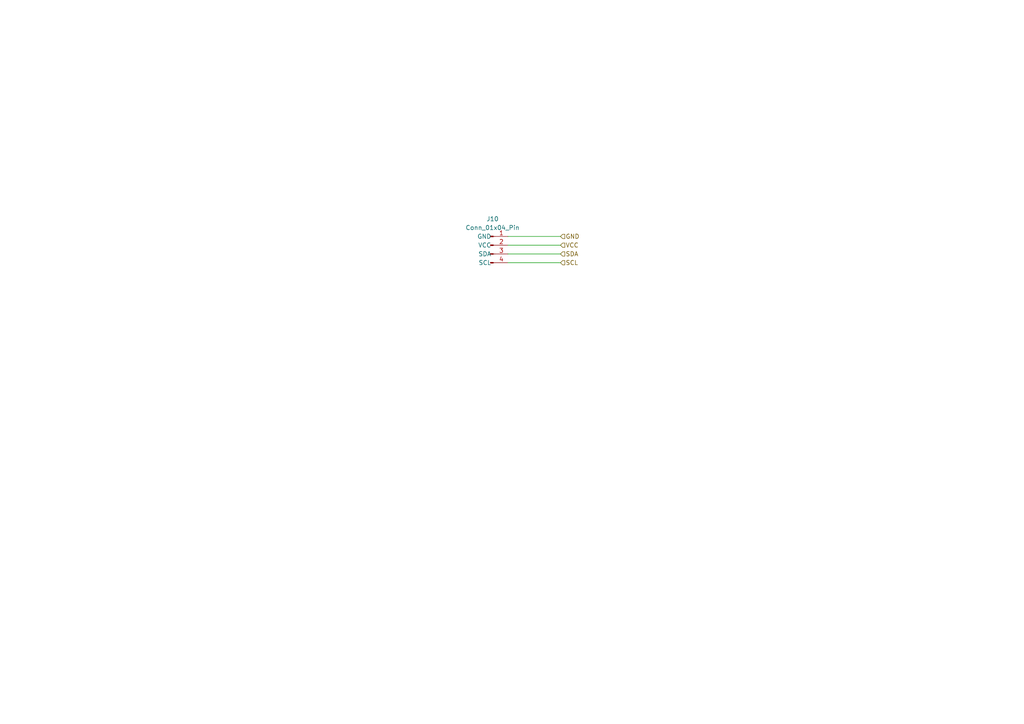
<source format=kicad_sch>
(kicad_sch (version 20230121) (generator eeschema)
  (paper "A4")
  (title_block (title "LCD") (date "2023-11-29") (rev "A") (company "Eddie and Felix"))
  (lib_symbols
    (symbol "Connector:Conn_01x04_Pin" (pin_names (offset 1.016))
      (property "Reference" "J10" (at 0.635 7.62 0))
      (property "Value" "Conn_01x04_Pin" (at 0.635 5.08 0))
      (symbol "Conn_01x04_Pin_1_1"
        (rectangle (start 0 -2.413) (end 0.8636 -2.667) (stroke (width 0.1524)) (fill (type outline)))
        (polyline (pts (xy 1.27 -5.08) (xy 0.8636 -5.08)) (stroke (width 0.1524)))
        (polyline (pts (xy 1.27 -2.54) (xy 0.8636 -2.54)) (stroke (width 0.1524)))
        (polyline (pts (xy 1.27 0) (xy 0.8636 0)) (stroke (width 0.1524)))
        (polyline (pts (xy 1.27 2.54) (xy 0.8636 2.54)) (stroke (width 0.1524)))
        (rectangle (start 0.8636 -4.953) (end 0 -5.207) (stroke (width 0.1524)) (fill (type outline)))
        (rectangle (start 0.8636 0.127) (end 0 -0.127) (stroke (width 0.1524)) (fill (type outline)))
        (rectangle (start 0.8636 2.667) (end 0 2.413) (stroke (width 0.1524)) (fill (type outline)))
        (pin passive line (at 5.08 2.54 180) (length 3.81) (name "GND") (number "1"))
        (pin passive line (at 5.08 0 180) (length 3.81) (name "VCC") (number "2"))
        (pin passive line (at 5.08 -2.54 180) (length 3.81) (name "SDA") (number "3"))
        (pin passive line (at 5.08 -5.08 180) (length 3.81) (name "SCL") (number "4"))
      )
    )
  )
  (wire (pts (xy 147.32 76.2) (xy 162.56 76.2)))
  (wire (pts (xy 147.32 68.58) (xy 162.56 68.58)))
  (wire (pts (xy 147.32 73.66) (xy 162.56 73.66)))
  (wire (pts (xy 147.32 71.12) (xy 162.56 71.12)))
  (hierarchical_label "SCL" (shape input) (at 162.56 76.2 0))
  (hierarchical_label "VCC" (shape input) (at 162.56 71.12 0))
  (hierarchical_label "SDA" (shape input) (at 162.56 73.66 0))
  (hierarchical_label "GND" (shape input) (at 162.56 68.58 0))
  (symbol (lib_id "Connector:Conn_01x04_Pin") (at 142.24 71.12 0) (unit 1)
    (property "Reference" "J10" (at 142.875 63.5 0))
    (property "Value" "Conn_01x04_Pin" (at 142.875 66.04 0))
  )
)
</source>
